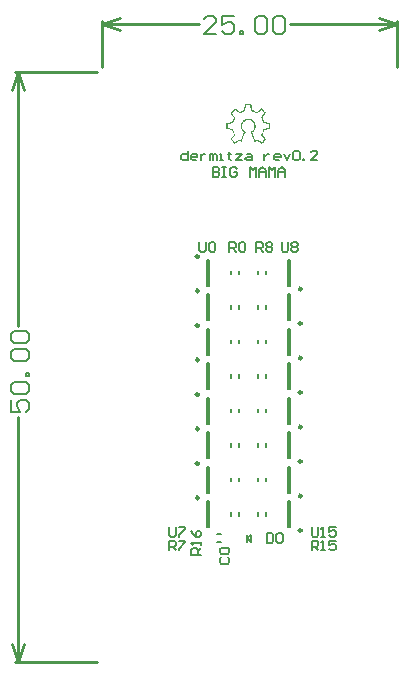
<source format=gto>
%FSLAX24Y24*%
%MOIN*%
G70*
G01*
G75*
%ADD10R,0.0276X0.0354*%
%ADD11R,0.0335X0.0138*%
%ADD12R,0.0354X0.0276*%
%ADD13R,0.0433X0.0551*%
%ADD14C,0.0100*%
%ADD15C,0.0300*%
%ADD16C,0.0250*%
%ADD17R,0.0591X0.0591*%
%ADD18C,0.0591*%
%ADD19C,0.1969*%
%ADD20C,0.0150*%
%ADD21C,0.0200*%
%ADD22C,0.0098*%
%ADD23C,0.0079*%
%ADD24C,0.0063*%
%ADD25C,0.0060*%
G36*
X57180Y35521D02*
X57182Y35518D01*
Y35516D01*
X57187Y35496D01*
Y35494D01*
X57190Y35489D01*
X57192Y35486D01*
Y35482D01*
X57219Y35328D01*
X57221Y35325D01*
X57224Y35323D01*
X57231Y35320D01*
X57351Y35267D01*
X57353D01*
X57356Y35264D01*
X57361D01*
X57368Y35267D01*
X57492Y35355D01*
X57495Y35357D01*
X57500Y35359D01*
X57502Y35362D01*
X57507Y35367D01*
X57519Y35374D01*
X57522Y35377D01*
X57524Y35379D01*
X57529D01*
X57534Y35374D01*
X57549Y35362D01*
X57558Y35350D01*
X57592Y35316D01*
X57607Y35303D01*
X57641Y35267D01*
X57653Y35257D01*
X57666Y35245D01*
X57668Y35240D01*
Y35235D01*
X57666Y35230D01*
X57656Y35215D01*
X57653Y35213D01*
X57651Y35208D01*
X57649Y35206D01*
X57646Y35201D01*
X57563Y35076D01*
X57561Y35074D01*
X57558Y35069D01*
Y35067D01*
Y35064D01*
X57614Y34935D01*
X57617Y34932D01*
X57622Y34930D01*
X57627Y34927D01*
X57773Y34898D01*
X57776D01*
X57783Y34896D01*
X57790D01*
X57805Y34891D01*
X57810D01*
X57812Y34888D01*
X57815Y34883D01*
Y34864D01*
Y34847D01*
Y34796D01*
Y34781D01*
Y34730D01*
Y34715D01*
Y34696D01*
Y34693D01*
X57810Y34691D01*
X57805Y34688D01*
X57790Y34683D01*
X57788D01*
X57783Y34681D01*
X57780D01*
X57776Y34678D01*
X57629Y34656D01*
X57627Y34654D01*
X57624Y34649D01*
Y34647D01*
X57622Y34644D01*
X57566Y34508D01*
X57563Y34503D01*
Y34500D01*
X57566Y34495D01*
X57646Y34378D01*
X57649Y34376D01*
X57651Y34368D01*
X57653Y34366D01*
X57656Y34361D01*
X57666Y34349D01*
X57668Y34346D01*
Y34342D01*
Y34339D01*
X57666Y34337D01*
X57653Y34322D01*
X57641Y34315D01*
X57605Y34276D01*
X57592Y34263D01*
X57558Y34229D01*
X57549Y34217D01*
X57534Y34205D01*
X57531Y34202D01*
X57527D01*
X57519Y34205D01*
X57507Y34212D01*
X57505Y34215D01*
X57500Y34220D01*
X57497Y34222D01*
X57492Y34224D01*
X57378Y34303D01*
X57375Y34305D01*
X57370D01*
X57365Y34303D01*
X57343Y34290D01*
X57341Y34288D01*
X57336Y34285D01*
X57334D01*
X57326Y34283D01*
X57304Y34268D01*
X57295D01*
X57292Y34271D01*
X57280Y34300D01*
Y34303D01*
X57278Y34307D01*
Y34310D01*
Y34315D01*
X57175Y34554D01*
Y34556D01*
X57173Y34561D01*
Y34564D01*
X57170Y34571D01*
X57163Y34586D01*
Y34588D01*
X57160Y34593D01*
X57163Y34595D01*
X57165Y34598D01*
X57182Y34608D01*
X57190Y34617D01*
X57192Y34620D01*
X57197Y34622D01*
X57204Y34627D01*
X57214Y34637D01*
X57236Y34659D01*
X57258Y34688D01*
X57260Y34691D01*
X57263Y34696D01*
X57268Y34705D01*
X57273Y34717D01*
X57278Y34732D01*
X57280Y34749D01*
X57285Y34769D01*
Y34788D01*
Y34791D01*
Y34796D01*
Y34803D01*
X57282Y34813D01*
X57278Y34840D01*
X57268Y34866D01*
Y34869D01*
X57265Y34874D01*
X57263Y34881D01*
X57258Y34888D01*
X57243Y34910D01*
X57224Y34932D01*
Y34935D01*
X57219Y34937D01*
X57207Y34949D01*
X57185Y34964D01*
X57160Y34976D01*
X57158D01*
X57153Y34979D01*
X57146Y34981D01*
X57136Y34986D01*
X57112Y34991D01*
X57082Y34993D01*
X57068D01*
X57055Y34991D01*
X57031Y34986D01*
X57002Y34976D01*
X56999D01*
X56997Y34974D01*
X56980Y34966D01*
X56958Y34952D01*
X56936Y34932D01*
X56931Y34927D01*
X56921Y34915D01*
X56907Y34893D01*
X56894Y34866D01*
Y34864D01*
X56892Y34859D01*
X56889Y34852D01*
X56887Y34842D01*
X56882Y34818D01*
X56880Y34788D01*
Y34786D01*
Y34779D01*
X56882Y34769D01*
Y34754D01*
X56889Y34722D01*
X56904Y34688D01*
X56907Y34686D01*
X56909Y34681D01*
X56914Y34674D01*
X56924Y34664D01*
X56943Y34639D01*
X56972Y34617D01*
X56975Y34615D01*
X56977Y34613D01*
X56980Y34610D01*
X56985Y34608D01*
X56999Y34598D01*
X57002D01*
Y34593D01*
X57004Y34591D01*
Y34586D01*
X56997Y34571D01*
X56994Y34569D01*
X56990Y34561D01*
Y34559D01*
X56987Y34554D01*
X56889Y34315D01*
X56887Y34312D01*
X56885Y34307D01*
Y34305D01*
X56882Y34300D01*
X56875Y34271D01*
X56872D01*
X56867Y34268D01*
X56863D01*
X56838Y34283D01*
X56836D01*
X56831Y34285D01*
X56828Y34288D01*
X56824Y34290D01*
X56802Y34303D01*
X56799Y34305D01*
X56789D01*
X56785Y34303D01*
X56670Y34224D01*
X56667Y34222D01*
X56662Y34217D01*
X56655Y34212D01*
X56643Y34205D01*
X56638Y34202D01*
X56636D01*
X56631Y34205D01*
X56621Y34217D01*
X56609Y34229D01*
X56572Y34263D01*
X56560Y34276D01*
X56521Y34315D01*
X56509Y34322D01*
X56499Y34337D01*
Y34339D01*
X56496Y34342D01*
Y34344D01*
Y34346D01*
X56499Y34349D01*
X56509Y34361D01*
Y34364D01*
X56511Y34368D01*
X56514Y34371D01*
X56518Y34378D01*
X56601Y34495D01*
Y34508D01*
X56545Y34644D01*
X56543Y34647D01*
X56538Y34649D01*
X56536Y34652D01*
X56533Y34656D01*
X56394Y34678D01*
X56392Y34681D01*
X56384D01*
X56382Y34683D01*
X56377D01*
X56357Y34688D01*
X56355D01*
X56352Y34691D01*
X56350Y34696D01*
Y34715D01*
Y34730D01*
Y34781D01*
Y34796D01*
Y34847D01*
Y34864D01*
Y34883D01*
Y34886D01*
Y34888D01*
X56352Y34891D01*
X56357D01*
X56377Y34896D01*
X56387D01*
X56392Y34898D01*
X56538Y34927D01*
X56543D01*
X56545Y34930D01*
X56548Y34935D01*
X56604Y35064D01*
Y35067D01*
Y35069D01*
Y35071D01*
Y35076D01*
X56516Y35201D01*
X56514Y35203D01*
X56511Y35208D01*
Y35211D01*
X56509Y35215D01*
X56496Y35230D01*
Y35233D01*
X56494Y35235D01*
X56496Y35237D01*
Y35245D01*
X56509Y35257D01*
X56521Y35267D01*
X56560Y35303D01*
X56572Y35316D01*
X56606Y35350D01*
X56619Y35362D01*
X56631Y35374D01*
X56633Y35377D01*
X56638D01*
X56643Y35374D01*
X56655Y35367D01*
X56658D01*
X56660Y35362D01*
X56670Y35355D01*
X56799Y35267D01*
X56802Y35264D01*
X56806D01*
X56811Y35267D01*
X56936Y35320D01*
X56941D01*
X56943Y35323D01*
Y35328D01*
X56975Y35482D01*
Y35496D01*
X56980Y35516D01*
Y35518D01*
X56982Y35521D01*
X56985Y35523D01*
X56987Y35525D01*
X57178D01*
X57180Y35521D01*
D02*
G37*
%LPC*%
G36*
X57148Y35486D02*
X57014D01*
X56980Y35289D01*
X56977D01*
X56972Y35286D01*
X56963Y35284D01*
X56950Y35281D01*
X56921Y35272D01*
X56887Y35259D01*
X56885D01*
X56880Y35257D01*
X56870Y35252D01*
X56860Y35247D01*
X56833Y35233D01*
X56804Y35215D01*
X56638Y35328D01*
X56592Y35281D01*
X56545Y35233D01*
X56655Y35071D01*
Y35069D01*
X56650Y35064D01*
X56645Y35057D01*
X56640Y35045D01*
X56623Y35018D01*
X56609Y34986D01*
Y34984D01*
X56606Y34979D01*
X56601Y34969D01*
X56599Y34957D01*
X56589Y34927D01*
X56579Y34891D01*
X56394Y34857D01*
Y34788D01*
Y34722D01*
X56575Y34688D01*
Y34686D01*
X56577Y34678D01*
X56579Y34669D01*
X56582Y34656D01*
X56592Y34625D01*
X56604Y34588D01*
Y34586D01*
X56606Y34581D01*
X56611Y34571D01*
X56616Y34559D01*
X56631Y34530D01*
X56650Y34500D01*
X56545Y34346D01*
X56592Y34300D01*
X56638Y34251D01*
X56792Y34354D01*
X56797Y34351D01*
X56809Y34342D01*
X56826Y34332D01*
X56846Y34322D01*
X56953Y34576D01*
X56950Y34578D01*
X56943Y34583D01*
X56933Y34591D01*
X56921Y34600D01*
X56909Y34613D01*
X56894Y34627D01*
X56867Y34664D01*
X56865Y34666D01*
X56863Y34674D01*
X56858Y34686D01*
X56853Y34700D01*
X56846Y34720D01*
X56841Y34739D01*
X56838Y34764D01*
X56836Y34788D01*
Y34791D01*
Y34798D01*
Y34808D01*
X56838Y34820D01*
X56843Y34849D01*
X56853Y34883D01*
Y34886D01*
X56858Y34891D01*
X56860Y34901D01*
X56867Y34910D01*
X56885Y34937D01*
X56907Y34962D01*
X56909Y34964D01*
X56914Y34966D01*
X56919Y34974D01*
X56929Y34981D01*
X56953Y34998D01*
X56985Y35015D01*
X56987D01*
X56992Y35018D01*
X57002Y35023D01*
X57014Y35027D01*
X57046Y35035D01*
X57082Y35037D01*
X57099D01*
X57112Y35035D01*
X57143Y35027D01*
X57175Y35015D01*
X57178D01*
X57182Y35013D01*
X57192Y35008D01*
X57202Y35001D01*
X57229Y34984D01*
X57256Y34962D01*
X57258Y34959D01*
X57260Y34957D01*
X57268Y34949D01*
X57275Y34940D01*
X57292Y34915D01*
X57309Y34883D01*
Y34881D01*
X57312Y34876D01*
X57317Y34866D01*
X57319Y34854D01*
X57326Y34825D01*
X57329Y34788D01*
Y34786D01*
Y34776D01*
X57326Y34764D01*
X57324Y34747D01*
X57322Y34727D01*
X57314Y34708D01*
X57307Y34686D01*
X57295Y34664D01*
X57292Y34661D01*
X57290Y34654D01*
X57282Y34644D01*
X57273Y34632D01*
X57260Y34620D01*
X57246Y34605D01*
X57209Y34576D01*
X57317Y34322D01*
X57319Y34324D01*
X57326Y34327D01*
X57336Y34332D01*
X57346Y34337D01*
X57348Y34339D01*
X57356Y34342D01*
X57365Y34346D01*
X57375Y34354D01*
X57524Y34251D01*
X57571Y34300D01*
X57617Y34346D01*
X57512Y34500D01*
X57514Y34503D01*
X57517Y34508D01*
X57522Y34515D01*
X57529Y34527D01*
X57544Y34554D01*
X57558Y34588D01*
Y34591D01*
X57561Y34595D01*
X57566Y34605D01*
X57571Y34620D01*
X57578Y34652D01*
X57588Y34688D01*
X57776Y34722D01*
Y34788D01*
Y34857D01*
X57588Y34891D01*
Y34893D01*
X57585Y34901D01*
X57583Y34910D01*
X57578Y34923D01*
X57568Y34952D01*
X57553Y34986D01*
Y34988D01*
X57551Y34993D01*
X57546Y35003D01*
X57541Y35013D01*
X57527Y35040D01*
X57507Y35071D01*
X57617Y35233D01*
X57571Y35281D01*
X57524Y35328D01*
X57363Y35215D01*
X57361D01*
X57356Y35220D01*
X57348Y35225D01*
X57336Y35230D01*
X57309Y35245D01*
X57278Y35259D01*
X57275D01*
X57270Y35262D01*
X57260Y35267D01*
X57248Y35272D01*
X57219Y35279D01*
X57182Y35289D01*
X57148Y35486D01*
D02*
G37*
%LPD*%
D14*
X49300Y16913D02*
X52050D01*
X49300Y36600D02*
X52050D01*
X49400Y16913D02*
Y25087D01*
Y28106D02*
Y36600D01*
Y16913D02*
X49600Y17513D01*
X49200D02*
X49400Y16913D01*
X49200Y36000D02*
X49400Y36600D01*
X49600Y36000D01*
X62043Y36750D02*
Y38300D01*
X52200Y36750D02*
Y38300D01*
X58471Y38200D02*
X62043D01*
X52200D02*
X55452D01*
X61443Y38400D02*
X62043Y38200D01*
X61443Y38000D02*
X62043Y38200D01*
X52200D02*
X52800Y38000D01*
X52200Y38200D02*
X52800Y38400D01*
D22*
X55435Y22391D02*
G03*
X55435Y22391I-49J0D01*
G01*
X58863Y21309D02*
G03*
X58863Y21309I-49J0D01*
G01*
X55435Y23541D02*
G03*
X55435Y23541I-49J0D01*
G01*
X58863Y22459D02*
G03*
X58863Y22459I-49J0D01*
G01*
X55435Y24691D02*
G03*
X55435Y24691I-49J0D01*
G01*
X58863Y23609D02*
G03*
X58863Y23609I-49J0D01*
G01*
X55435Y25841D02*
G03*
X55435Y25841I-49J0D01*
G01*
X58863Y24759D02*
G03*
X58863Y24759I-49J0D01*
G01*
X55435Y26991D02*
G03*
X55435Y26991I-49J0D01*
G01*
X58863Y25909D02*
G03*
X58863Y25909I-49J0D01*
G01*
X55435Y28141D02*
G03*
X55435Y28141I-49J0D01*
G01*
X58863Y27059D02*
G03*
X58863Y27059I-49J0D01*
G01*
X55435Y29291D02*
G03*
X55435Y29291I-49J0D01*
G01*
X58863Y28209D02*
G03*
X58863Y28209I-49J0D01*
G01*
X55435Y30441D02*
G03*
X55435Y30441I-49J0D01*
G01*
X58863Y29359D02*
G03*
X58863Y29359I-49J0D01*
G01*
D23*
X56041Y20912D02*
X56159D01*
X56041Y21188D02*
X56159D01*
X55711Y22283D02*
X55789D01*
X55711Y21417D02*
X55789D01*
X55711D02*
Y22283D01*
X55789Y21417D02*
Y22283D01*
X58411Y21417D02*
X58489D01*
X58411Y22283D02*
X58489D01*
Y21417D02*
Y22283D01*
X58411Y21417D02*
Y22283D01*
X56788Y21791D02*
Y21909D01*
X56512Y21791D02*
Y21909D01*
X57412Y21791D02*
Y21909D01*
X57688Y21791D02*
Y21909D01*
X55711Y23433D02*
X55789D01*
X55711Y22567D02*
X55789D01*
X55711D02*
Y23433D01*
X55789Y22567D02*
Y23433D01*
X58411Y22567D02*
X58489D01*
X58411Y23433D02*
X58489D01*
Y22567D02*
Y23433D01*
X58411Y22567D02*
Y23433D01*
X56788Y22941D02*
Y23059D01*
X56512Y22941D02*
Y23059D01*
X57412Y22941D02*
Y23059D01*
X57688Y22941D02*
Y23059D01*
X55711Y24583D02*
X55789D01*
X55711Y23717D02*
X55789D01*
X55711D02*
Y24583D01*
X55789Y23717D02*
Y24583D01*
X58411Y23717D02*
X58489D01*
X58411Y24583D02*
X58489D01*
Y23717D02*
Y24583D01*
X58411Y23717D02*
Y24583D01*
X56788Y24091D02*
Y24209D01*
X56512Y24091D02*
Y24209D01*
X57412Y24091D02*
Y24209D01*
X57688Y24091D02*
Y24209D01*
X55711Y25733D02*
X55789D01*
X55711Y24867D02*
X55789D01*
X55711D02*
Y25733D01*
X55789Y24867D02*
Y25733D01*
X58411Y24867D02*
X58489D01*
X58411Y25733D02*
X58489D01*
Y24867D02*
Y25733D01*
X58411Y24867D02*
Y25733D01*
X56788Y25241D02*
Y25359D01*
X56512Y25241D02*
Y25359D01*
X57412Y25241D02*
Y25359D01*
X57688Y25241D02*
Y25359D01*
X55711Y26883D02*
X55789D01*
X55711Y26017D02*
X55789D01*
X55711D02*
Y26883D01*
X55789Y26017D02*
Y26883D01*
X58411Y26017D02*
X58489D01*
X58411Y26883D02*
X58489D01*
Y26017D02*
Y26883D01*
X58411Y26017D02*
Y26883D01*
X56788Y26391D02*
Y26509D01*
X56512Y26391D02*
Y26509D01*
X57412Y26391D02*
Y26509D01*
X57688Y26391D02*
Y26509D01*
X55711Y28033D02*
X55789D01*
X55711Y27167D02*
X55789D01*
X55711D02*
Y28033D01*
X55789Y27167D02*
Y28033D01*
X58411Y27167D02*
X58489D01*
X58411Y28033D02*
X58489D01*
Y27167D02*
Y28033D01*
X58411Y27167D02*
Y28033D01*
X56788Y27541D02*
Y27659D01*
X56512Y27541D02*
Y27659D01*
X57412Y27541D02*
Y27659D01*
X57688Y27541D02*
Y27659D01*
X55711Y29183D02*
X55789D01*
X55711Y28317D02*
X55789D01*
X55711D02*
Y29183D01*
X55789Y28317D02*
Y29183D01*
X58411Y28317D02*
X58489D01*
X58411Y29183D02*
X58489D01*
Y28317D02*
Y29183D01*
X58411Y28317D02*
Y29183D01*
X56788Y28691D02*
Y28809D01*
X56512Y28691D02*
Y28809D01*
X57412Y28691D02*
Y28809D01*
X57688Y28691D02*
Y28809D01*
X55711Y30333D02*
X55789D01*
X55711Y29467D02*
X55789D01*
X55711D02*
Y30333D01*
X55789Y29467D02*
Y30333D01*
X58411Y29467D02*
X58489D01*
X58411Y30333D02*
X58489D01*
Y29467D02*
Y30333D01*
X58411Y29467D02*
Y30333D01*
X56788Y29841D02*
Y29959D01*
X56512Y29841D02*
Y29959D01*
X57412Y29841D02*
Y29959D01*
X57688Y29841D02*
Y29959D01*
D24*
X57041Y21050D02*
X57159Y21168D01*
X57041Y21050D02*
X57159Y20932D01*
Y21168D01*
X57041Y20932D02*
Y21168D01*
D25*
X55500Y20500D02*
X55180D01*
Y20660D01*
X55233Y20713D01*
X55340D01*
X55393Y20660D01*
Y20500D01*
Y20607D02*
X55500Y20713D01*
Y20820D02*
Y20927D01*
Y20873D01*
X55180D01*
X55233Y20820D01*
X55180Y21300D02*
X55233Y21193D01*
X55340Y21086D01*
X55447D01*
X55500Y21140D01*
Y21246D01*
X55447Y21300D01*
X55393D01*
X55340Y21246D01*
Y21086D01*
X57700Y21220D02*
Y20900D01*
X57860D01*
X57913Y20953D01*
Y21167D01*
X57860Y21220D01*
X57700D01*
X58020Y21167D02*
X58073Y21220D01*
X58180D01*
X58233Y21167D01*
Y20953D01*
X58180Y20900D01*
X58073D01*
X58020Y20953D01*
Y21167D01*
X59200Y21420D02*
Y21153D01*
X59253Y21100D01*
X59360D01*
X59413Y21153D01*
Y21420D01*
X59520Y21100D02*
X59627D01*
X59573D01*
Y21420D01*
X59520Y21367D01*
X60000Y21420D02*
X59786D01*
Y21260D01*
X59893Y21313D01*
X59946D01*
X60000Y21260D01*
Y21153D01*
X59946Y21100D01*
X59840D01*
X59786Y21153D01*
X58200Y30920D02*
Y30653D01*
X58253Y30600D01*
X58360D01*
X58413Y30653D01*
Y30920D01*
X58520Y30867D02*
X58573Y30920D01*
X58680D01*
X58733Y30867D01*
Y30813D01*
X58680Y30760D01*
X58733Y30707D01*
Y30653D01*
X58680Y30600D01*
X58573D01*
X58520Y30653D01*
Y30707D01*
X58573Y30760D01*
X58520Y30813D01*
Y30867D01*
X58573Y30760D02*
X58680D01*
X54450Y21420D02*
Y21153D01*
X54503Y21100D01*
X54610D01*
X54663Y21153D01*
Y21420D01*
X54770D02*
X54983D01*
Y21367D01*
X54770Y21153D01*
Y21100D01*
X55450Y30920D02*
Y30653D01*
X55503Y30600D01*
X55610D01*
X55663Y30653D01*
Y30920D01*
X55770Y30867D02*
X55823Y30920D01*
X55930D01*
X55983Y30867D01*
Y30653D01*
X55930Y30600D01*
X55823D01*
X55770Y30653D01*
Y30867D01*
X59200Y20650D02*
Y20970D01*
X59360D01*
X59413Y20917D01*
Y20810D01*
X59360Y20757D01*
X59200D01*
X59307D02*
X59413Y20650D01*
X59520D02*
X59627D01*
X59573D01*
Y20970D01*
X59520Y20917D01*
X60000Y20970D02*
X59786D01*
Y20810D01*
X59893Y20863D01*
X59946D01*
X60000Y20810D01*
Y20703D01*
X59946Y20650D01*
X59840D01*
X59786Y20703D01*
X57350Y30600D02*
Y30920D01*
X57510D01*
X57563Y30867D01*
Y30760D01*
X57510Y30707D01*
X57350D01*
X57457D02*
X57563Y30600D01*
X57670Y30867D02*
X57723Y30920D01*
X57830D01*
X57883Y30867D01*
Y30813D01*
X57830Y30760D01*
X57883Y30707D01*
Y30653D01*
X57830Y30600D01*
X57723D01*
X57670Y30653D01*
Y30707D01*
X57723Y30760D01*
X57670Y30813D01*
Y30867D01*
X57723Y30760D02*
X57830D01*
X54450Y20650D02*
Y20970D01*
X54610D01*
X54663Y20917D01*
Y20810D01*
X54610Y20757D01*
X54450D01*
X54557D02*
X54663Y20650D01*
X54770Y20970D02*
X54983D01*
Y20917D01*
X54770Y20703D01*
Y20650D01*
X56450Y30600D02*
Y30920D01*
X56610D01*
X56663Y30867D01*
Y30760D01*
X56610Y30707D01*
X56450D01*
X56557D02*
X56663Y30600D01*
X56770Y30867D02*
X56823Y30920D01*
X56930D01*
X56983Y30867D01*
Y30653D01*
X56930Y30600D01*
X56823D01*
X56770Y30653D01*
Y30867D01*
X56183Y20413D02*
X56130Y20360D01*
Y20253D01*
X56183Y20200D01*
X56397D01*
X56450Y20253D01*
Y20360D01*
X56397Y20413D01*
X56183Y20520D02*
X56130Y20573D01*
Y20680D01*
X56183Y20733D01*
X56397D01*
X56450Y20680D01*
Y20573D01*
X56397Y20520D01*
X56183D01*
X49160Y25647D02*
Y25247D01*
X49460D01*
X49360Y25447D01*
Y25547D01*
X49460Y25647D01*
X49660D01*
X49760Y25547D01*
Y25347D01*
X49660Y25247D01*
X49260Y25847D02*
X49160Y25947D01*
Y26147D01*
X49260Y26247D01*
X49660D01*
X49760Y26147D01*
Y25947D01*
X49660Y25847D01*
X49260D01*
X49760Y26447D02*
X49660D01*
Y26547D01*
X49760D01*
Y26447D01*
X49260Y26947D02*
X49160Y27047D01*
Y27246D01*
X49260Y27346D01*
X49660D01*
X49760Y27246D01*
Y27047D01*
X49660Y26947D01*
X49260D01*
Y27546D02*
X49160Y27646D01*
Y27846D01*
X49260Y27946D01*
X49660D01*
X49760Y27846D01*
Y27646D01*
X49660Y27546D01*
X49260D01*
X56012Y37840D02*
X55612D01*
X56012Y38240D01*
Y38340D01*
X55912Y38440D01*
X55712D01*
X55612Y38340D01*
X56612Y38440D02*
X56212D01*
Y38140D01*
X56412Y38240D01*
X56512D01*
X56612Y38140D01*
Y37940D01*
X56512Y37840D01*
X56312D01*
X56212Y37940D01*
X56812Y37840D02*
Y37940D01*
X56912D01*
Y37840D01*
X56812D01*
X57312Y38340D02*
X57412Y38440D01*
X57611D01*
X57711Y38340D01*
Y37940D01*
X57611Y37840D01*
X57412D01*
X57312Y37940D01*
Y38340D01*
X57911D02*
X58011Y38440D01*
X58211D01*
X58311Y38340D01*
Y37940D01*
X58211Y37840D01*
X58011D01*
X57911Y37940D01*
Y38340D01*
X55900Y33420D02*
Y33100D01*
X56060D01*
X56113Y33153D01*
Y33207D01*
X56060Y33260D01*
X55900D01*
X56060D01*
X56113Y33313D01*
Y33367D01*
X56060Y33420D01*
X55900D01*
X56220D02*
X56327D01*
X56273D01*
Y33100D01*
X56220D01*
X56327D01*
X56700Y33367D02*
X56646Y33420D01*
X56540D01*
X56486Y33367D01*
Y33153D01*
X56540Y33100D01*
X56646D01*
X56700Y33153D01*
Y33260D01*
X56593D01*
X57126Y33100D02*
Y33420D01*
X57233Y33313D01*
X57340Y33420D01*
Y33100D01*
X57446D02*
Y33313D01*
X57553Y33420D01*
X57659Y33313D01*
Y33100D01*
Y33260D01*
X57446D01*
X57766Y33100D02*
Y33420D01*
X57873Y33313D01*
X57979Y33420D01*
Y33100D01*
X58086D02*
Y33313D01*
X58193Y33420D01*
X58299Y33313D01*
Y33100D01*
Y33260D01*
X58086D01*
X55063Y33970D02*
Y33650D01*
X54903D01*
X54850Y33703D01*
Y33810D01*
X54903Y33863D01*
X55063D01*
X55330Y33650D02*
X55223D01*
X55170Y33703D01*
Y33810D01*
X55223Y33863D01*
X55330D01*
X55383Y33810D01*
Y33757D01*
X55170D01*
X55490Y33863D02*
Y33650D01*
Y33757D01*
X55543Y33810D01*
X55596Y33863D01*
X55650D01*
X55810Y33650D02*
Y33863D01*
X55863D01*
X55916Y33810D01*
Y33650D01*
Y33810D01*
X55970Y33863D01*
X56023Y33810D01*
Y33650D01*
X56130D02*
X56236D01*
X56183D01*
Y33863D01*
X56130D01*
X56449Y33917D02*
Y33863D01*
X56396D01*
X56503D01*
X56449D01*
Y33703D01*
X56503Y33650D01*
X56663Y33863D02*
X56876D01*
X56663Y33650D01*
X56876D01*
X57036Y33863D02*
X57143D01*
X57196Y33810D01*
Y33650D01*
X57036D01*
X56983Y33703D01*
X57036Y33757D01*
X57196D01*
X57622Y33863D02*
Y33650D01*
Y33757D01*
X57676Y33810D01*
X57729Y33863D01*
X57782D01*
X58102Y33650D02*
X57996D01*
X57942Y33703D01*
Y33810D01*
X57996Y33863D01*
X58102D01*
X58156Y33810D01*
Y33757D01*
X57942D01*
X58262Y33863D02*
X58369Y33650D01*
X58475Y33863D01*
X58582Y33917D02*
X58635Y33970D01*
X58742D01*
X58795Y33917D01*
Y33703D01*
X58742Y33650D01*
X58635D01*
X58582Y33703D01*
Y33917D01*
X58902Y33650D02*
Y33703D01*
X58955D01*
Y33650D01*
X58902D01*
X59382D02*
X59169D01*
X59382Y33863D01*
Y33917D01*
X59329Y33970D01*
X59222D01*
X59169Y33917D01*
M02*

</source>
